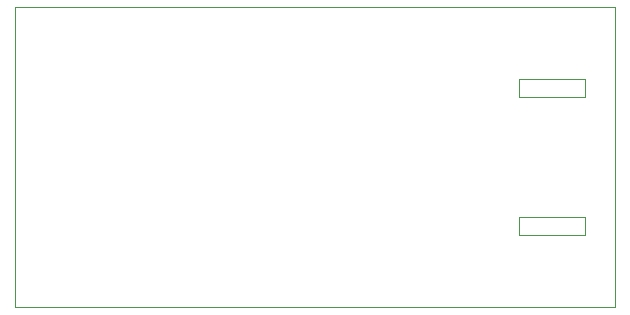
<source format=gbr>
%TF.GenerationSoftware,KiCad,Pcbnew,5.1.6-c6e7f7d~87~ubuntu18.04.1*%
%TF.CreationDate,2021-11-16T17:45:47+01:00*%
%TF.ProjectId,e-p-wifi-lf,652d702d-7769-4666-992d-6c662e6b6963,rev?*%
%TF.SameCoordinates,Original*%
%TF.FileFunction,Profile,NP*%
%FSLAX46Y46*%
G04 Gerber Fmt 4.6, Leading zero omitted, Abs format (unit mm)*
G04 Created by KiCad (PCBNEW 5.1.6-c6e7f7d~87~ubuntu18.04.1) date 2021-11-16 17:45:47*
%MOMM*%
%LPD*%
G01*
G04 APERTURE LIST*
%TA.AperFunction,Profile*%
%ADD10C,0.050000*%
%TD*%
G04 APERTURE END LIST*
D10*
X80772000Y-128524000D02*
X80772000Y-127000000D01*
X86360000Y-127000000D02*
X80772000Y-127000000D01*
X86360000Y-128524000D02*
X86360000Y-127000000D01*
X80772000Y-128524000D02*
X86360000Y-128524000D01*
X80772000Y-115316000D02*
X80772000Y-116840000D01*
X86360000Y-115316000D02*
X80772000Y-115316000D01*
X86360000Y-116840000D02*
X86360000Y-115316000D01*
X80772000Y-116840000D02*
X86360000Y-116840000D01*
X78740000Y-109220000D02*
X38100000Y-109220000D01*
X78740000Y-134620000D02*
X38100000Y-134620000D01*
X38100000Y-109220000D02*
X38100000Y-134620000D01*
X88900000Y-134620000D02*
X78740000Y-134620000D01*
X88900000Y-109220000D02*
X88900000Y-134620000D01*
X78740000Y-109220000D02*
X88900000Y-109220000D01*
M02*

</source>
